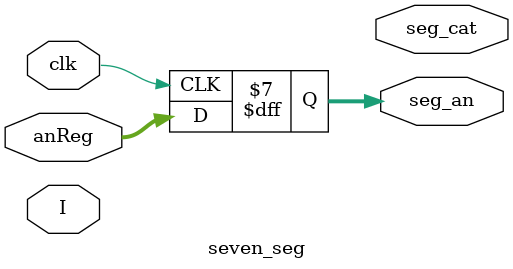
<source format=v>
`timescale 1ns / 1ps


module seven_seg(
    input clk,
    input [3:0]I,
    input [3:0]anReg,
    output reg [7:0]seg_cat,
    output reg [3:0]seg_an
    );
    
reg [7:0]catReg;
always @ (posedge(clk)) begin
    seg_an <= anReg;
    
    case(I)
        4'b0000: catReg <= 8'b11000000; //0
        4'b0001: catReg <= 8'b11111001; //1
        4'b0010: catReg <= 8'b10100100; //2
        4'b0011: catReg <= 8'b10110000; //3
        4'b0100: catReg <= 8'b10011001; //4
        4'b0101: catReg <= 8'b10010010; //5
        4'b0110: catReg <= 8'b10000010; //6
        4'b0111: catReg <= 8'b11111000; //7
        4'b1000: catReg <= 8'b10000000; //8
        4'b1001: catReg <= 8'b10010000; //9
        default: catReg <= 8'b11111111;
    endcase
end

endmodule

</source>
